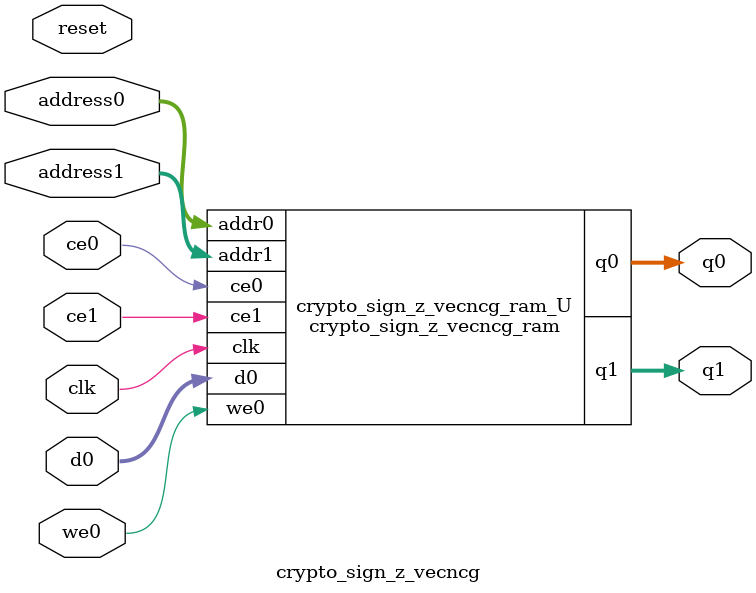
<source format=v>

`timescale 1 ns / 1 ps
module crypto_sign_z_vecncg_ram (addr0, ce0, d0, we0, q0, addr1, ce1, q1,  clk);

parameter DWIDTH = 32;
parameter AWIDTH = 10;
parameter MEM_SIZE = 1024;

input[AWIDTH-1:0] addr0;
input ce0;
input[DWIDTH-1:0] d0;
input we0;
output reg[DWIDTH-1:0] q0;
input[AWIDTH-1:0] addr1;
input ce1;
output reg[DWIDTH-1:0] q1;
input clk;

(* ram_style = "block" *)reg [DWIDTH-1:0] ram[0:MEM_SIZE-1];




always @(posedge clk)  
begin 
    if (ce0) 
    begin
        if (we0) 
        begin 
            ram[addr0] <= d0; 
            q0 <= d0;
        end 
        else 
            q0 <= ram[addr0];
    end
end


always @(posedge clk)  
begin 
    if (ce1) 
    begin
            q1 <= ram[addr1];
    end
end


endmodule


`timescale 1 ns / 1 ps
module crypto_sign_z_vecncg(
    reset,
    clk,
    address0,
    ce0,
    we0,
    d0,
    q0,
    address1,
    ce1,
    q1);

parameter DataWidth = 32'd32;
parameter AddressRange = 32'd1024;
parameter AddressWidth = 32'd10;
input reset;
input clk;
input[AddressWidth - 1:0] address0;
input ce0;
input we0;
input[DataWidth - 1:0] d0;
output[DataWidth - 1:0] q0;
input[AddressWidth - 1:0] address1;
input ce1;
output[DataWidth - 1:0] q1;



crypto_sign_z_vecncg_ram crypto_sign_z_vecncg_ram_U(
    .clk( clk ),
    .addr0( address0 ),
    .ce0( ce0 ),
    .we0( we0 ),
    .d0( d0 ),
    .q0( q0 ),
    .addr1( address1 ),
    .ce1( ce1 ),
    .q1( q1 ));

endmodule


</source>
